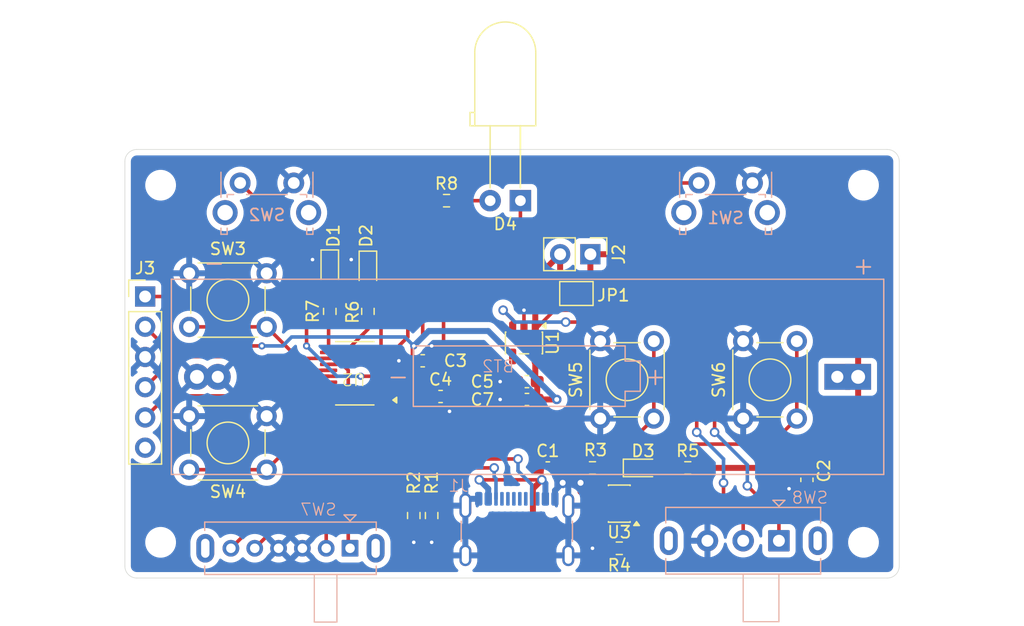
<source format=kicad_pcb>
(kicad_pcb (version 20241229) (generator "pcbnew") (generator_version "9.0")
  (layers (0 "F.Cu" signal) (2 "B.Cu" signal) (13 "F.Paste" user) (15 "B.Paste" user) (5 "F.SilkS" user "F.Silkscreen") (7 "B.SilkS" user "B.Silkscreen") (1 "F.Mask" user) (3 "B.Mask" user) (25 "Edge.Cuts" user))
  (net 0 "")
  (net 1 "GND")
  (net 2 "Net-(U2-PA22{slash}A4)")
  (net 3 "Net-(U2-PA24{slash}A3)")
  (net 4 "Net-(J2-Pin_2)")
  (net 5 "Net-(U1-EN)")
  (net 6 "+3V3")
  (net 8 "Net-(J3-Pin_4)")
  (net 9 "Net-(J3-Pin_1)")
  (net 10 "Net-(D4-K)")
  (net 11 "Net-(J3-Pin_5)")
  (net 12 "Net-(U2-VCORE)")
  (net 14 "Net-(U3-TS)")
  (net 15 "Net-(D3-K)")
  (net 16 "Net-(U3-VIN)")
  (net 17 "Net-(U3-ISET)")
  (net 18 "Net-(D1-A)")
  (net 19 "Net-(D2-A)")
  (net 20 "Net-(D3-A)")
  (net 22 "Net-(J1-CC1)")
  (net 23 "Net-(J1-CC2)")
  (net 24 "Net-(D4-A)")
  (net 25 "Net-(U2-PC25{slash}A2)")
  (net 32 "Net-(U2-PA23)")
  (net 33 "Net-(U2-PA18{slash}A7)")
  (net 34 "Net-(U2-PA17)")
  (net 35 "Net-(U2-PA16{slash}A8)")
  (net 36 "Net-(U2-PA11)")
  (net 37 "Net-(U2-PA6)")
  (net 38 "Net-(U2-PA4)")
  (net 39 "Net-(U2-PA26{slash}A1)")
  (net 40 "Net-(U2-PA27{slash}A0)")
  (net 41 "Net-(BT2-+)")
  (footprint "LED_SMD:LED_0603_1608Metric_Pad1.05x0.95mm_HandSolder" (layer "F.Cu") (at 93.5 82.6 -90)
    (property "Reference" "D2" (at -2.95 0.15 90) (layer "F.SilkS"))
    (property "Value" "Red")
    (pad "1" smd roundrect (at -0.875 0 270) (size 1.05 0.95) (layers "F.Cu" "F.Mask" "F.Paste") (net 1 "GND"))
    (pad "2" smd roundrect (at 0.875 0 270) (size 1.05 0.95) (layers "F.Cu" "F.Mask" "F.Paste") (net 19 "Net-(D2-A)"))
  )
  (footprint "Button_Samesky:TI_DGS20" (layer "F.Cu") (at 92.4 91.2 180)
    (property "Reference" "U2" (at 0.1 -0.5 180) (layer "F.SilkS") (effects (font (thickness 0.1))))
    (property "Value" "MSPM01304xDGS20")
    (pad "1" smd roundrect (at -2.2 -2.25 180) (size 1.45 0.3) (layers "F.Cu" "F.Mask" "F.Paste") (net 39 "Net-(U2-PA26{slash}A1)"))
    (pad "2" smd roundrect (at -2.2 -1.75 180) (size 1.45 0.3) (layers "F.Cu" "F.Mask" "F.Paste") (net 40 "Net-(U2-PA27{slash}A0)"))
    (pad "3" smd roundrect (at -2.2 -1.25 180) (size 1.45 0.3) (layers "F.Cu" "F.Mask" "F.Paste") (net 12 "Net-(U2-VCORE)"))
    (pad "4" smd roundrect (at -2.2 -0.75 180) (size 1.45 0.3) (layers "F.Cu" "F.Mask" "F.Paste") (net 10 "Net-(D4-K)"))
    (pad "5" smd roundrect (at -2.2 -0.25 180) (size 1.45 0.3) (layers "F.Cu" "F.Mask" "F.Paste") (net 9 "Net-(J3-Pin_1)"))
    (pad "6" smd roundrect (at -2.2 0.25 180) (size 1.45 0.3) (layers "F.Cu" "F.Mask" "F.Paste") (net 6 "+3V3"))
    (pad "7" smd roundrect (at -2.2 0.75 180) (size 1.45 0.3) (layers "F.Cu" "F.Mask" "F.Paste") (net 1 "GND"))
    (pad "8" smd roundrect (at -2.2 1.25 180) (size 1.45 0.3) (layers "F.Cu" "F.Mask" "F.Paste"))
    (pad "9" smd roundrect (at -2.2 1.75 180) (size 1.45 0.3) (layers "F.Cu" "F.Mask" "F.Paste") (net 38 "Net-(U2-PA4)"))
    (pad "10" smd roundrect (at -2.2 2.25 180) (size 1.45 0.3) (layers "F.Cu" "F.Mask" "F.Paste") (net 37 "Net-(U2-PA6)"))
    (pad "11" smd roundrect (at 2.2 2.25 180) (size 1.45 0.3) (layers "F.Cu" "F.Mask" "F.Paste") (net 36 "Net-(U2-PA11)"))
    (pad "12" smd roundrect (at 2.2 1.75 180) (size 1.45 0.3) (layers "F.Cu" "F.Mask" "F.Paste") (net 35 "Net-(U2-PA16{slash}A8)"))
    (pad "13" smd roundrect (at 2.2 1.25 180) (size 1.45 0.3) (layers "F.Cu" "F.Mask" "F.Paste") (net 34 "Net-(U2-PA17)"))
    (pad "14" smd roundrect (at 2.2 0.75 180) (size 1.45 0.3) (layers "F.Cu" "F.Mask" "F.Paste") (net 33 "Net-(U2-PA18{slash}A7)"))
    (pad "15" smd roundrect (at 2.2 0.25 180) (size 1.45 0.3) (layers "F.Cu" "F.Mask" "F.Paste") (net 8 "Net-(J3-Pin_4)"))
    (pad "16" smd roundrect (at 2.2 -0.25 180) (size 1.45 0.3) (layers "F.Cu" "F.Mask" "F.Paste") (net 11 "Net-(J3-Pin_5)"))
    (pad "17" smd roundrect (at 2.2 -0.75 180) (size 1.45 0.3) (layers "F.Cu" "F.Mask" "F.Paste") (net 2 "Net-(U2-PA22{slash}A4)"))
    (pad "18" smd roundrect (at 2.2 -1.25 180) (size 1.45 0.3) (layers "F.Cu" "F.Mask" "F.Paste") (net 32 "Net-(U2-PA23)"))
    (pad "19" smd roundrect (at 2.2 -1.75 180) (size 1.45 0.3) (layers "F.Cu" "F.Mask" "F.Paste") (net 3 "Net-(U2-PA24{slash}A3)"))
    (pad "20" smd roundrect (at 2.2 -2.25 180) (size 1.45 0.3) (layers "F.Cu" "F.Mask" "F.Paste") (net 25 "Net-(U2-PC25{slash}A2)"))
  )
  (footprint "Capacitor_SMD:C_0603_1608Metric_Pad1.08x0.95mm_HandSolder" (layer "F.Cu") (at 108.6 99.15)
    (property "Reference" "C1" (at 0 -1.43 0) (layer "F.SilkS"))
    (property "Value" "1uF")
    (pad "1" smd roundrect (at -0.8625 0) (size 1.075 0.95) (layers "F.Cu" "F.Mask" "F.Paste") (net 16 "Net-(U3-VIN)"))
    (pad "2" smd roundrect (at 0.8625 0) (size 1.075 0.95) (layers "F.Cu" "F.Mask" "F.Paste") (net 1 "GND"))
  )
  (footprint "Resistor_SMD:R_0603_1608Metric_Pad0.98x0.95mm_HandSolder" (layer "F.Cu") (at 120.35 99.15)
    (property "Reference" "R5" (at 0 -1.43 0) (layer "F.SilkS"))
    (property "Value" "1K")
    (pad "1" smd roundrect (at -0.9125 0) (size 0.975 0.95) (layers "F.Cu" "F.Mask" "F.Paste") (net 20 "Net-(D3-A)"))
    (pad "2" smd roundrect (at 0.9125 0) (size 0.975 0.95) (layers "F.Cu" "F.Mask" "F.Paste") (net 41 "Net-(BT2-+)"))
  )
  (footprint "Resistor_SMD:R_0603_1608Metric_Pad0.98x0.95mm_HandSolder" (layer "F.Cu") (at 90.3 86 90)
    (property "Reference" "R7" (at 0 -1.43 90) (layer "F.SilkS"))
    (property "Value" "1K")
    (pad "1" smd roundrect (at -0.9125 0 90) (size 0.975 0.95) (layers "F.Cu" "F.Mask" "F.Paste") (net 36 "Net-(U2-PA11)"))
    (pad "2" smd roundrect (at 0.9125 0 90) (size 0.975 0.95) (layers "F.Cu" "F.Mask" "F.Paste") (net 18 "Net-(D1-A)"))
  )
  (footprint "Resistor_SMD:R_0603_1608Metric_Pad0.98x0.95mm_HandSolder" (layer "F.Cu") (at 112.35 99.15 180)
    (property "Reference" "R3" (at -0.25 1.5 0) (layer "F.SilkS"))
    (property "Value" "1K")
    (pad "1" smd roundrect (at -0.9125 0 180) (size 0.975 0.95) (layers "F.Cu" "F.Mask" "F.Paste") (net 17 "Net-(U3-ISET)"))
    (pad "2" smd roundrect (at 0.9125 0 180) (size 0.975 0.95) (layers "F.Cu" "F.Mask" "F.Paste") (net 1 "GND"))
  )
  (footprint "Connector_PinHeader_2.54mm:PinHeader_1x06_P2.54mm_Vertical" (layer "F.Cu") (at 74.8 84.75)
    (property "Reference" "J3" (at 0 -2.38 0) (layer "F.SilkS"))
    (property "Value" "Conn_01x06")
    (pad "1" thru_hole rect (at 0 0) (size 1.7 1.7) (drill 1) (layers "*.Cu" "*.Mask") (net 9 "Net-(J3-Pin_1)"))
    (pad "2" thru_hole circle (at 0 2.54) (size 1.7 1.7) (drill 1) (layers "*.Cu" "*.Mask") (net 6 "+3V3"))
    (pad "3" thru_hole circle (at 0 5.08) (size 1.7 1.7) (drill 1) (layers "*.Cu" "*.Mask") (net 1 "GND"))
    (pad "4" thru_hole circle (at 0 7.62) (size 1.7 1.7) (drill 1) (layers "*.Cu" "*.Mask") (net 8 "Net-(J3-Pin_4)"))
    (pad "5" thru_hole circle (at 0 10.16) (size 1.7 1.7) (drill 1) (layers "*.Cu" "*.Mask") (net 11 "Net-(J3-Pin_5)"))
    (pad "6" thru_hole circle (at 0 12.7) (size 1.7 1.7) (drill 1) (layers "*.Cu" "*.Mask"))
  )
  (footprint "Button_Switch_THT:SW_TH_Tactile_Omron_B3F-106x" (layer "F.Cu") (at 113 95 90)
    (property "Reference" "SW5" (at 3.25 -2.05 90) (layer "F.SilkS"))
    (property "Value" "SW_Push")
    (pad "1" thru_hole circle (at 0 0 90) (size 1.7 1.7) (drill 1) (layers "*.Cu" "*.Mask") (net 1 "GND"))
    (pad "1" thru_hole circle (at 6.5 0 90) (size 1.7 1.7) (drill 1) (layers "*.Cu" "*.Mask") (net 1 "GND"))
    (pad "2" thru_hole circle (at 0 4.5 90) (size 1.7 1.7) (drill 1) (layers "*.Cu" "*.Mask") (net 40 "Net-(U2-PA27{slash}A0)"))
    (pad "2" thru_hole circle (at 6.5 4.5 90) (size 1.7 1.7) (drill 1) (layers "*.Cu" "*.Mask") (net 40 "Net-(U2-PA27{slash}A0)"))
  )
  (footprint "Resistor_SMD:R_0603_1608Metric_Pad0.98x0.95mm_HandSolder" (layer "F.Cu") (at 98.85 103.15 -90)
    (property "Reference" "R1" (at -2.75 0 90) (layer "F.SilkS"))
    (property "Value" "5.1K")
    (pad "1" smd roundrect (at -0.9125 0 270) (size 0.975 0.95) (layers "F.Cu" "F.Mask" "F.Paste") (net 23 "Net-(J1-CC2)"))
    (pad "2" smd roundrect (at 0.9125 0 270) (size 0.975 0.95) (layers "F.Cu" "F.Mask" "F.Paste") (net 1 "GND"))
  )
  (footprint "Jumper:SolderJumper-2_P1.3mm_Open_TrianglePad1.0x1.5mm" (layer "F.Cu") (at 111 84.5 180)
    (property "Reference" "JP1" (at -3.1 -0.15 0) (layer "F.SilkS"))
    (property "Value" "SolderJumper_2_Open")
    (pad "1" smd custom (at -0.725 0 180) (size 0.3 0.3) (layers "F.Cu" "F.Mask") (net 41 "Net-(BT2-+)") (options (clearance outline) (anchor rect)) (primitives (gr_poly (pts (xy 1 0) (xy 0.5 0.75) (xy -0.5 0.75) (xy -0.5 -0.75) (xy 0.5 -0.75)) (width 0) (fill yes))))
    (pad "2" smd custom (at 0.725 0 180) (size 0.3 0.3) (layers "F.Cu" "F.Mask") (net 4 "Net-(J2-Pin_2)") (options (clearance outline) (anchor rect)) (primitives (gr_poly (pts (xy 0.5 0.75) (xy -0.65 0.75) (xy -0.15 0) (xy -0.65 -0.75) (xy 0.5 -0.75)) (width 0) (fill yes))))
  )
  (footprint "Capacitor_SMD:C_0603_1608Metric_Pad1.08x0.95mm_HandSolder" (layer "F.Cu") (at 130.35 100.15 -90)
    (property "Reference" "C2" (at -0.75 -1.43 90) (layer "F.SilkS"))
    (property "Value" "1uF")
    (pad "1" smd roundrect (at -0.8625 0 270) (size 1.075 0.95) (layers "F.Cu" "F.Mask" "F.Paste") (net 41 "Net-(BT2-+)"))
    (pad "2" smd roundrect (at 0.8625 0 270) (size 1.075 0.95) (layers "F.Cu" "F.Mask" "F.Paste") (net 1 "GND"))
  )
  (footprint "MountingHole:MountingHole_2.2mm_M2_ISO14580" (layer "F.Cu") (at 135.1 75.4)
    (property "Reference" "REF**" (hide yes))
    (property "Value" "MountingHole_2.2mm_M2_ISO14580")
    (pad "" np_thru_hole circle (at 0 0) (size 2.2 2.2) (drill 2.2) (layers "*.Cu" "*.Mask"))
  )
  (footprint "Capacitor_SMD:C_0603_1608Metric_Pad1.08x0.95mm_HandSolder" (layer "F.Cu") (at 98.1 90.15)
    (property "Reference" "C3" (at 2.75 0 0) (layer "F.SilkS"))
    (property "Value" "1uF")
    (pad "1" smd roundrect (at -0.8625 0) (size 1.075 0.95) (layers "F.Cu" "F.Mask" "F.Paste") (net 6 "+3V3"))
    (pad "2" smd roundrect (at 0.8625 0) (size 1.075 0.95) (layers "F.Cu" "F.Mask" "F.Paste") (net 1 "GND"))
  )
  (footprint "LED_SMD:LED_0603_1608Metric_Pad1.05x0.95mm_HandSolder" (layer "F.Cu") (at 90.3 82.5 -90)
    (property "Reference" "D1" (at -2.85 -0.3 90) (layer "F.SilkS"))
    (property "Value" "Green")
    (pad "1" smd roundrect (at -0.875 0 270) (size 1.05 0.95) (layers "F.Cu" "F.Mask" "F.Paste") (net 1 "GND"))
    (pad "2" smd roundrect (at 0.875 0 270) (size 1.05 0.95) (layers "F.Cu" "F.Mask" "F.Paste") (net 18 "Net-(D1-A)"))
  )
  (footprint "Capacitor_SMD:C_0603_1608Metric_Pad1.08x0.95mm_HandSolder" (layer "F.Cu") (at 106.85 91.9 180)
    (property "Reference" "C5" (at 3.75 0 0) (layer "F.SilkS"))
    (property "Value" "10uF")
    (pad "1" smd roundrect (at -0.8625 0 180) (size 1.075 0.95) (layers "F.Cu" "F.Mask" "F.Paste") (net 6 "+3V3"))
    (pad "2" smd roundrect (at 0.8625 0 180) (size 1.075 0.95) (layers "F.Cu" "F.Mask" "F.Paste") (net 1 "GND"))
  )
  (footprint "MountingHole:MountingHole_2.2mm_M2_ISO14580" (layer "F.Cu") (at 135.1 105.4)
    (property "Reference" "REF**" (hide yes))
    (property "Value" "MountingHole_2.2mm_M2_ISO14580")
    (pad "" np_thru_hole circle (at 0 0) (size 2.2 2.2) (drill 2.2) (layers "*.Cu" "*.Mask"))
  )
  (footprint "MountingHole:MountingHole_2.2mm_M2_ISO14580" (layer "F.Cu") (at 76.1 75.4)
    (property "Reference" "REF**" (hide yes))
    (property "Value" "MountingHole_2.2mm_M2_ISO14580")
    (pad "" np_thru_hole circle (at 0 0) (size 2.2 2.2) (drill 2.2) (layers "*.Cu" "*.Mask"))
  )
  (footprint "MountingHole:MountingHole_2.2mm_M2_ISO14580" (layer "F.Cu") (at 76.1 105.4)
    (property "Reference" "REF**" (hide yes))
    (property "Value" "MountingHole_2.2mm_M2_ISO14580")
    (pad "" np_thru_hole circle (at 0 0) (size 2.2 2.2) (drill 2.2) (layers "*.Cu" "*.Mask"))
  )
  (footprint "Button_Switch_THT:SW_TH_Tactile_Omron_B3F-106x" (layer "F.Cu") (at 78.5 94.8)
    (property "Reference" "SW4" (at 3.25 6.35 0) (layer "F.SilkS"))
    (property "Value" "SW_Push")
    (pad "1" thru_hole circle (at 0 0) (size 1.7 1.7) (drill 1) (layers "*.Cu" "*.Mask") (net 1 "GND"))
    (pad "1" thru_hole circle (at 6.5 0) (size 1.7 1.7) (drill 1) (layers "*.Cu" "*.Mask") (net 1 "GND"))
    (pad "2" thru_hole circle (at 0 4.5) (size 1.7 1.7) (drill 1) (layers "*.Cu" "*.Mask") (net 2 "Net-(U2-PA22{slash}A4)"))
    (pad "2" thru_hole circle (at 6.5 4.5) (size 1.7 1.7) (drill 1) (layers "*.Cu" "*.Mask") (net 2 "Net-(U2-PA22{slash}A4)"))
  )
  (footprint "Resistor_SMD:R_0603_1608Metric_Pad0.98x0.95mm_HandSolder" (layer "F.Cu") (at 97.35 103.15 -90)
    (property "Reference" "R2" (at -2.75 0 90) (layer "F.SilkS"))
    (property "Value" "5.1K")
    (pad "1" smd roundrect (at -0.9125 0 270) (size 0.975 0.95) (layers "F.Cu" "F.Mask" "F.Paste") (net 22 "Net-(J1-CC1)"))
    (pad "2" smd roundrect (at 0.9125 0 270) (size 0.975 0.95) (layers "F.Cu" "F.Mask" "F.Paste") (net 1 "GND"))
  )
  (footprint "Package_TO_SOT_SMD:SOT-23-5" (layer "F.Cu") (at 106.6 88.65 -90)
    (property "Reference" "U1" (at 0 -2.4 90) (layer "F.SilkS"))
    (property "Value" "TLV70033_SOT23-5")
    (pad "1" smd roundrect (at -1.1375 -0.95 270) (size 1.325 0.6) (layers "F.Cu" "F.Mask" "F.Paste") (net 4 "Net-(J2-Pin_2)"))
    (pad "2" smd roundrect (at -1.1375 0 270) (size 1.325 0.6) (layers "F.Cu" "F.Mask" "F.Paste") (net 1 "GND"))
    (pad "3" smd roundrect (at -1.1375 0.95 270) (size 1.325 0.6) (layers "F.Cu" "F.Mask" "F.Paste") (net 5 "Net-(U1-EN)"))
    (pad "4" smd roundrect (at 1.1375 0.95 270) (size 1.325 0.6) (layers "F.Cu" "F.Mask" "F.Paste"))
    (pad "5" smd roundrect (at 1.1375 -0.95 270) (size 1.325 0.6) (layers "F.Cu" "F.Mask" "F.Paste") (net 6 "+3V3"))
  )
  (footprint "LED_THT:LED_D5.0mm_Horizontal_O6.35mm_Z3.0mm" (layer "F.Cu") (at 106.3 76.7 180)
    (property "Reference" "D4" (at 1.27 -1.96 0) (layer "F.SilkS"))
    (property "Value" "LED")
    (pad "1" thru_hole rect (at 0 0 180) (size 1.8 1.8) (drill 0.9) (layers "*.Cu" "*.Mask") (net 10 "Net-(D4-K)"))
    (pad "2" thru_hole circle (at 2.54 0 180) (size 1.8 1.8) (drill 0.9) (layers "*.Cu" "*.Mask") (net 24 "Net-(D4-A)"))
  )
  (footprint "Button_Switch_THT:SW_TH_Tactile_Omron_B3F-106x" (layer "F.Cu") (at 125 95 90)
    (property "Reference" "SW6" (at 3.25 -2.05 90) (layer "F.SilkS"))
    (property "Value" "SW_Push")
    (pad "1" thru_hole circle (at 0 0 90) (size 1.7 1.7) (drill 1) (layers "*.Cu" "*.Mask") (net 1 "GND"))
    (pad "1" thru_hole circle (at 6.5 0 90) (size 1.7 1.7) (drill 1) (layers "*.Cu" "*.Mask") (net 1 "GND"))
    (pad "2" thru_hole circle (at 0 4.5 90) (size 1.7 1.7) (drill 1) (layers "*.Cu" "*.Mask") (net 39 "Net-(U2-PA26{slash}A1)"))
    (pad "2" thru_hole circle (at 6.5 4.5 90) (size 1.7 1.7) (drill 1) (layers "*.Cu" "*.Mask") (net 39 "Net-(U2-PA26{slash}A1)"))
  )
  (footprint "Resistor_SMD:R_0603_1608Metric_Pad0.98x0.95mm_HandSolder" (layer "F.Cu") (at 114.6 105.9 180)
    (property "Reference" "R4" (at 0 -1.43 0) (layer "F.SilkS"))
    (property "Value" "10K")
    (pad "1" smd roundrect (at -0.9125 0 180) (size 0.975 0.95) (layers "F.Cu" "F.Mask" "F.Paste") (net 14 "Net-(U3-TS)"))
    (pad "2" smd roundrect (at 0.9125 0 180) (size 0.975 0.95) (layers "F.Cu" "F.Mask" "F.Paste") (net 1 "GND"))
  )
  (footprint "Capacitor_SMD:C_0603_1608Metric_Pad1.08x0.95mm_HandSolder" (layer "F.Cu") (at 106.85 93.4 180)
    (property "Reference" "C7" (at 3.75 0 0) (layer "F.SilkS"))
    (property "Value" "1uF")
    (pad "1" smd roundrect (at -0.8625 0 180) (size 1.075 0.95) (layers "F.Cu" "F.Mask" "F.Paste") (net 6 "+3V3"))
    (pad "2" smd roundrect (at 0.8625 0 180) (size 1.075 0.95) (layers "F.Cu" "F.Mask" "F.Paste") (net 1 "GND"))
  )
  (footprint "Package_TO_SOT_SMD:SOT-23-6" (layer "F.Cu") (at 114.6 102.15 180)
    (property "Reference" "U3" (at 0 -2.4 0) (layer "F.SilkS"))
    (property "Value" "BQ21040DBV")
    (pad "1" smd roundrect (at -1.1375 -0.95 180) (size 1.325 0.6) (layers "F.Cu" "F.Mask" "F.Paste") (net 14 "Net-(U3-TS)"))
    (pad "2" smd roundrect (at -1.1375 0 180) (size 1.325 0.6) (layers "F.Cu" "F.Mask" "F.Paste") (net 41 "Net-(BT2-+)"))
    (pad "3" smd roundrect (at -1.1375 0.95 180) (size 1.325 0.6) (layers "F.Cu" "F.Mask" "F.Paste") (net 15 "Net-(D3-K)"))
    (pad "4" smd roundrect (at 1.1375 0.95 180) (size 1.325 0.6) (layers "F.Cu" "F.Mask" "F.Paste") (net 17 "Net-(U3-ISET)"))
    (pad "5" smd roundrect (at 1.1375 0 180) (size 1.325 0.6) (layers "F.Cu" "F.Mask" "F.Paste") (net 1 "GND"))
    (pad "6" smd roundrect (at 1.1375 -0.95 180) (size 1.325 0.6) (layers "F.Cu" "F.Mask" "F.Paste") (net 16 "Net-(U3-VIN)"))
  )
  (footprint "Button_Switch_THT:SW_TH_Tactile_Omron_B3F-106x" (layer "F.Cu") (at 78.5 82.8)
    (property "Reference" "SW3" (at 3.25 -2.05 0) (layer "F.SilkS"))
    (property "Value" "SW_Push")
    (pad "1" thru_hole circle (at 0 0) (size 1.7 1.7) (drill 1) (layers "*.Cu" "*.Mask") (net 1 "GND"))
    (pad "1" thru_hole circle (at 6.5 0) (size 1.7 1.7) (drill 1) (layers "*.Cu" "*.Mask") (net 1 "GND"))
    (pad "2" thru_hole circle (at 0 4.5) (size 1.7 1.7) (drill 1) (layers "*.Cu" "*.Mask") (net 34 "Net-(U2-PA17)"))
    (pad "2" thru_hole circle (at 6.5 4.5) (size 1.7 1.7) (drill 1) (layers "*.Cu" "*.Mask") (net 34 "Net-(U2-PA17)"))
  )
  (footprint "Capacitor_SMD:C_0603_1608Metric_Pad1.08x0.95mm_HandSolder" (layer "F.Cu") (at 99.6 93.15)
    (property "Reference" "C4" (at 0 -1.43 0) (layer "F.SilkS"))
    (property "Value" "1uF")
    (pad "1" smd roundrect (at -0.8625 0) (size 1.075 0.95) (layers "F.Cu" "F.Mask" "F.Paste") (net 12 "Net-(U2-VCORE)"))
    (pad "2" smd roundrect (at 0.8625 0) (size 1.075 0.95) (layers "F.Cu" "F.Mask" "F.Paste") (net 1 "GND"))
  )
  (footprint "Connector_PinHeader_2.54mm:PinHeader_1x02_P2.54mm_Vertical" (layer "F.Cu") (at 112.175 81.2 -90)
    (property "Reference" "J2" (at 0 -2.38 90) (layer "F.SilkS"))
    (property "Value" "Conn_01x02")
    (pad "1" thru_hole rect (at 0 0 270) (size 1.7 1.7) (drill 1) (layers "*.Cu" "*.Mask") (net 41 "Net-(BT2-+)"))
    (pad "2" thru_hole circle (at 0 2.54 270) (size 1.7 1.7) (drill 1) (layers "*.Cu" "*.Mask") (net 4 "Net-(J2-Pin_2)"))
  )
  (footprint "Resistor_SMD:R_0603_1608Metric_Pad0.98x0.95mm_HandSolder" (layer "F.Cu") (at 100.1 76.7)
    (property "Reference" "R8" (at 0 -1.43 0) (layer "F.SilkS"))
    (property "Value" "1K")
    (pad "1" smd roundrect (at -0.9125 0) (size 0.975 0.95) (layers "F.Cu" "F.Mask" "F.Paste") (net 6 "+3V3"))
    (pad "2" smd roundrect (at 0.9125 0) (size 0.975 0.95) (layers "F.Cu" "F.Mask" "F.Paste") (net 24 "Net-(D4-A)"))
  )
  (footprint "Resistor_SMD:R_0603_1608Metric_Pad0.98x0.95mm_HandSolder" (layer "F.Cu") (at 93.5 86 90)
    (property "Reference" "R6" (at -0.0625 -1.29 90) (layer "F.SilkS"))
    (property "Value" "1K")
    (pad "1" smd roundrect (at -0.9125 0 90) (size 0.975 0.95) (layers "F.Cu" "F.Mask" "F.Paste") (net 35 "Net-(U2-PA16{slash}A8)"))
    (pad "2" smd roundrect (at 0.9125 0 90) (size 0.975 0.95) (layers "F.Cu" "F.Mask" "F.Paste") (net 19 "Net-(D2-A)"))
  )
  (footprint "LED_SMD:LED_0603_1608Metric_Pad1.05x0.95mm_HandSolder" (layer "F.Cu") (at 116.6 99.15)
    (property "Reference" "D3" (at 0 -1.43 0) (layer "F.SilkS"))
    (property "Value" "Red")
    (pad "1" smd roundrect (at -0.875 0) (size 1.05 0.95) (layers "F.Cu" "F.Mask" "F.Paste") (net 15 "Net-(D3-K)"))
    (pad "2" smd roundrect (at 0.875 0) (size 1.05 0.95) (layers "F.Cu" "F.Mask" "F.Paste") (net 20 "Net-(D3-A)"))
  )
  (footprint "Button_Switch_THT:SW_Tactile_SPST_Angled_PTS645Vx58-2LFS" (layer "B.Cu") (at 125.775 75.2125 180)
    (property "Reference" "SW1" (at 2.25 -2.9375 0) (layer "B.SilkS") (effects (justify mirror)))
    (property "Value" "SW_Push")
    (pad "" thru_hole circle (at -1.25 -2.49 180) (size 2.1 2.1) (drill 1.3) (layers "*.Cu" "*.Mask"))
    (pad "" thru_hole circle (at 5.76 -2.49 180) (size 2.1 2.1) (drill 1.3) (layers "*.Cu" "*.Mask"))
    (pad "1" thru_hole circle (at 0 0 180) (size 1.75 1.75) (drill 0.99) (layers "*.Cu" "*.Mask") (net 1 "GND"))
    (pad "2" thru_hole circle (at 4.5 0 180) (size 1.75 1.75) (drill 0.99) (layers "*.Cu" "*.Mask") (net 38 "Net-(U2-PA4)"))
  )
  (footprint "Button_Samesky:USBC_16P" (layer "B.Cu") (at 106 104.5 180)
    (property "Reference" "J1" (at 4.9 3.85 0) (layer "B.SilkS") (effects (font (thickness 0.1)) (justify mirror)))
    (property "Value" "USB_C_Receptacle_USB2.0_16P")
    (pad "" np_thru_hole circle (at -2.89 1.68 180) (size 0.65 0.65) (drill 0.65) (layers "*.Cu" "*.Mask"))
    (pad "" np_thru_hole circle (at 2.89 1.68 180) (size 0.65 0.65) (drill 0.65) (layers "*.Cu" "*.Mask"))
    (pad "A1" smd roundrect (at -3.2 2.755 180) (size 0.6 1.15) (layers "B.Cu" "B.Mask" "B.Paste") (net 1 "GND"))
    (pad "A4" smd roundrect (at -2.4 2.755 180) (size 0.6 1.15) (layers "B.Cu" "B.Mask" "B.Paste") (net 16 "Net-(U3-VIN)"))
    (pad "A5" smd roundrect (at -1.25 2.755 180) (size 0.3 1.15) (layers "B.Cu" "B.Mask" "B.Paste") (net 22 "Net-(J1-CC1)"))
    (pad "A6" smd roundrect (at -0.25 2.755 180) (size 0.3 1.15) (layers "B.Cu" "B.Mask" "B.Paste"))
    (pad "A7" smd roundrect (at 0.25 2.755 180) (size 0.3 1.15) (layers "B.Cu" "B.Mask" "B.Paste"))
    (pad "A8" smd roundrect (at 1.25 2.755 180) (size 0.3 1.15) (layers "B.Cu" "B.Mask" "B.Paste"))
    (pad "A9" smd roundrect (at 2.4 2.755 180) (size 0.6 1.15) (layers "B.Cu" "B.Mask" "B.Paste") (net 16 "Net-(U3-VIN)"))
    (pad "A12" smd roundrect (at 3.2 2.755 180) (size 0.6 1.15) (layers "B.Cu" "B.Mask" "B.Paste") (net 1 "GND"))
    (pad "B1" smd roundrect (at 3.2 2.755 180) (size 0.6 1.15) (layers "B.Cu" "B.Mask" "B.Paste") (net 1 "GND"))
    (pad "B4" smd roundrect (at 2.4 2.755 180) (size 0.6 1.15) (layers "B.Cu" "B.Mask" "B.Paste") (net 16 "Net-(U3-VIN)"))
    (pad "B5" smd roundrect (at 1.75 2.755 180) (size 0.3 1.15) (layers "B.Cu" "B.Mask" "B.Paste") (net 23 "Net-(J1-CC2)"))
    (pad "B6" smd roundrect (at 0.75 2.755 180) (size 0.3 1.15) (layers "B.Cu" "B.Mask" "B.Paste"))
    (pad "B7" smd roundrect (at -0.75 2.755 180) (size 0.3 1.15) (layers "B.Cu" "B.Mask" "B.Paste"))
    (pad "B8" smd roundrect (at -1.75 2.755 180) (size 0.3 1.15) (layers "B.Cu" "B.Mask" "B.Paste"))
    (pad "B9" smd roundrect (at -2.4 2.755 180) (size 0.6 1.15) (layers "B.Cu" "B.Mask" "B.Paste") (net 16 "Net-(U3-VIN)"))
    (pad "B12" smd roundrect (at -3.2 2.755 180) (size 0.6 1.15) (layers "B.Cu" "B.Mask" "B.Paste") (net 1 "GND"))
    (pad "S1" thru_hole oval (at -4.32 -2 180) (size 1 1.8) (drill oval 0.6 1.4) (property pad_prop_heatsink) (layers "*.Cu" "*.Mask" "B.Paste") (net 1 "GND"))
    (pad "S1" thru_hole oval (at -4.32 2.18 180) (size 1 2.1) (drill oval 0.6 1.7) (property pad_prop_heatsink) (layers "*.Cu" "*.Mask" "B.Paste") (net 1 "GND"))
    (pad "S1" thru_hole oval (at 4.32 -2 180) (size 1 1.8) (drill oval 0.6 1.4) (property pad_prop_heatsink) (layers "*.Cu" "*.Mask" "B.Paste") (net 1 "GND"))
    (pad "S1" thru_hole oval (at 4.32 2.18 180) (size 1 2.1) (drill oval 0.6 1.7) (property pad_prop_heatsink) (layers "*.Cu" "*.Mask" "B.Paste") (net 1 "GND"))
  )
  (footprint "Button_Samesky:SW_SPDT_Slide_Samesky_SLW-147844" (layer "B.Cu") (at 92 105.9 180)
    (property "Reference" "SW7" (at 2.65 3.25 0) (layer "B.SilkS") (effects (font (thickness 0.1)) (justify mirror)))
    (property "Value" "SW_SP4T_6PIN")
    (pad "1" thru_hole roundrect (at 0 0 180) (size 1.4 1.4) (drill 0.8) (layers "*.Cu" "*.Mask") (roundrect_rratio 0.05) (net 33 "Net-(U2-PA18{slash}A7)"))
    (pad "2" thru_hole circle (at 2 0 180) (size 1.4 1.4) (drill 0.8) (layers "*.Cu" "*.Mask") (net 25 "Net-(U2-PC25{slash}A2)"))
    (pad "3" thru_hole circle (at 4 0 180) (size 1.4 1.4) (drill 0.8) (layers "*.Cu" "*.Mask") (net 1 "GND"))
    (pad "4" thru_hole circle (at 6 0 180) (size 1.4 1.4) (drill 0.8) (layers "*.Cu" "*.Mask") (net 1 "GND"))
    (pad "5" thru_hole circle (at 8 0 180) (size 1.4 1.4) (drill 0.8) (layers "*.Cu" "*.Mask") (net 3 "Net-(U2-PA24{slash}A3)"))
    (pad "6" thru_hole circle (at 10 0 180) (size 1.4 1.4) (drill 0.8) (layers "*.Cu" "*.Mask") (net 32 "Net-(U2-PA23)"))
    (pad "S1" thru_hole oval (at -2.15 0 180) (size 1.5 2.4) (drill oval 0.7 1.6) (layers "*.Cu" "*.Mask"))
    (pad "S2" thru_hole oval (at 12.15 0 180) (size 1.5 2.4) (drill oval 0.7 1.6) (layers "*.Cu" "*.Mask"))
  )
  (footprint "Button_Switch_THT:SW_Tactile_SPST_Angled_PTS645Vx58-2LFS" (layer "B.Cu") (at 87.275 75.2125 180)
    (property "Reference" "SW2" (at 2.25 -2.6875 0) (layer "B.SilkS") (effects (justify mirror)))
    (property "Value" "SW_Push")
    (pad "" thru_hole circle (at -1.25 -2.49 180) (size 2.1 2.1) (drill 1.3) (layers "*.Cu" "*.Mask"))
    (pad "" thru_hole circle (at 5.76 -2.49 180) (size 2.1 2.1) (drill 1.3) (layers "*.Cu" "*.Mask"))
    (pad "1" thru_hole circle (at 0 0 180) (size 1.75 1.75) (drill 0.99) (layers "*.Cu" "*.Mask") (net 1 "GND"))
    (pad "2" thru_hole circle (at 4.5 0 180) (size 1.75 1.75) (drill 0.99) (layers "*.Cu" "*.Mask") (net 37 "Net-(U2-PA6)"))
  )
  (footprint "Button_Samesky:SW_SPDT_Slide_Samesky_SLW-129956" (layer "B.Cu") (at 128 105.2675 180)
    (property "Reference" "SW8" (at -2.6 3.6175 0) (layer "B.SilkS") (effects (font (thickness 0.1)) (justify mirror)))
    (property "Value" "SW_SPDT_3PIN")
    (pad "1" thru_hole roundrect (at 0 0 180) (size 1.8 1.8) (drill 1) (layers "*.Cu" "*.Mask") (roundrect_rratio 0.05) (net 4 "Net-(J2-Pin_2)"))
    (pad "2" thru_hole circle (at 3 0 180) (size 1.8 1.8) (drill 1) (layers "*.Cu" "*.Mask") (net 5 "Net-(U1-EN)"))
    (pad "3" thru_hole oval (at 6 0 180) (size 1.8 1.8) (drill 1) (layers "*.Cu" "*.Mask") (net 1 "GND"))
    (pad "S1" thru_hole oval (at -3.25 0 180) (size 1.5 2.4) (drill oval 0.7 1.6) (layers "*.Cu" "*.Mask"))
    (pad "S2" thru_hole oval (at 9.25 0 180) (size 1.5 2.4) (drill oval 0.7 1.6) (layers "*.Cu" "*.Mask"))
  )
  (footprint "Button_Samesky:Battery_Holder_MPD_BCAAPC" (layer "B.Cu") (at 106.9 91.5 180)
    (property "Reference" "BT2" (at 2.465 0.88 0) (layer "B.SilkS") (effects (font (thickness 0.1)) (justify mirror)))
    (property "Value" "Battery_Cell")
    (fp_text user "+" (at -28.2 9.35 0) (layer "B.SilkS") (effects (font (size 1.5 1.5)) (justify mirror)))
    (fp_text user "-" (at 26.3 9.6 0) (layer "B.SilkS") (effects (font (size 1.5 1.5)) (justify mirror)))
    (fp_text user "-" (at 10.86 0.06 0) (layer "B.SilkS") (effects (font (size 1.5 1.5)) (justify mirror)))
    (fp_text user "+" (at -10.73 0.06 0) (layer "B.SilkS") (effects (font (size 1.5 1.5)) (justify mirror)))
    (pad "1" thru_hole rect (at -27.75 0 180) (size 2.17 2.17) (drill 1.17) (layers "*.Cu" "*.Mask") (net 41 "Net-(BT2-+)"))
    (pad "1" thru_hole rect (at -26 0 180) (size 2.17 2.17) (drill 1.02) (layers "*.Cu" "*.Mask") (net 41 "Net-(BT2-+)"))
    (pad "2" thru_hole circle (at 26 0 180) (size 2.17 2.17) (drill 1.02) (layers "*.Cu" "*.Mask") (net 1 "GND"))
    (pad "2" thru_hole circle (at 27.75 0 180) (size 2.17 2.17) (drill 1.17) (layers "*.Cu" "*.Mask") (net 1 "GND"))
  )
  (gr_line (start 137.1 72.4) (end 74.1 72.4) (stroke (width 0.05)) (layer "Edge.Cuts"))
  (gr_line (start 138.1 107.4) (end 138.1 73.4) (stroke (width 0.05)) (layer "Edge.Cuts"))
  (gr_arc (start 138.1 107.4) (mid 137.807107 108.107107) (end 137.1 108.4) (stroke (width 0.05)) (layer "Edge.Cuts"))
  (gr_arc (start 137.1 72.4) (mid 137.807107 72.692893) (end 138.1 73.4) (stroke (width 0.05)) (layer "Edge.Cuts"))
  (gr_line (start 73.1 73.4) (end 73.1 107.4) (stroke (width 0.05)) (layer "Edge.Cuts"))
  (gr_line (start 74.1 108.4) (end 137.1 108.4) (stroke (width 0.05)) (layer "Edge.Cuts"))
  (gr_arc (start 74.1 108.4) (mid 73.392893 108.107107) (end 73.1 107.4) (stroke (width 0.05)) (layer "Edge.Cuts"))
  (gr_arc (start 73.1 73.4) (mid 73.392893 72.692893) (end 74.1 72.4) (stroke (width 0.05)) (layer "Edge.Cuts"))
  (segment (start 109.85 100.4) (end 109.85 99.5375) (width 0.5) (layer "F.Cu") (net 1))
  (segment (start 111.35 101.15) (end 111.35 100.4) (width 0.5) (layer "F.Cu") (net 1))
  (segment (start 112.35 102.15) (end 111.35 101.15) (width 0.5) (layer "F.Cu") (net 1))
  (segment (start 94.6 90.45) (end 95.8 90.45) (width 0.3) (layer "F.Cu") (net 1))
  (segment (start 97.35 104.0625) (end 97.35 105.4) (width 0.3) (layer "F.Cu") (net 1))
  (segment (start 105.9875 93.4) (end 104.6 93.4) (width 0.3) (layer "F.Cu") (net 1))
  (segment (start 111.4375 100.3125) (end 111.35 100.4) (width 0.5) (layer "F.Cu") (net 1))
  (segment (start 109.85 99.5375) (end 109.4625 99.15) (width 0.5) (layer "F.Cu") (net 1))
  (segment (start 88.875 81.625) (end 88.85 81.65) (width 0.3) (layer "F.Cu") (net 1))
  (segment (start 113.6875 105.9) (end 112.35 105.9) (width 0.3) (layer "F.Cu") (net 1))
  (segment (start 128.85 100.9) (end 130.2375 100.9) (width 0.5) (layer "F.Cu") (net 1))
  (segment (start 95.8 90.45) (end 96.1 90.15) (width 0.3) (layer "F.Cu") (net 1))
  (segment (start 90.3 81.625) (end 88.875 81.625) (width 0.3) (layer "F.Cu") (net 1))
  (segment (start 130.2375 100.9) (end 130.35 101.0125) (width 0.5) (layer "F.Cu") (net 1))
  (segment (start 106.6 87.5125) (end 106.6 85.9) (width 0.3) (layer "F.Cu") (net 1))
  (segment (start 98.9625 90.15) (end 98.9625 89.0125) (width 0.3) (layer "F.Cu") (net 1))
  (segment (start 92.175 81.725) (end 92.1 81.65) (width 0.3) (layer "F.Cu") (net 1))
  (segment (start 111.4375 99.15) (end 111.4375 100.3125) (width 0.5) (layer "F.Cu") (net 1))
  (segment (start 105.9875 91.9) (end 104.6 91.9) (width 0.3) (layer "F.Cu") (net 1))
  (segment (start 100.4625 93.15) (end 100.4625 94.2875) (width 0.3) (layer "F.Cu") (net 1))
  (segment (start 100.4625 94.2875) (end 100.35 94.4) (width 0.3) (layer "F.Cu") (net 1))
  (segment (start 113.4625 102.15) (end 112.35 102.15) (width 0.5) (layer "F.Cu") (net 1))
  (segment (start 98.85 104.0625) (end 98.85 105.4) (width 0.3) (layer "F.Cu") (net 1))
  (segment (start 98.9625 89.0125) (end 98.85 88.9) (width 0.3) (layer "F.Cu") (net 1))
  (segment (start 93.5 81.725) (end 92.175 81.725) (width 0.3) (layer "F.Cu") (net 1))
  (via (at 100.35 94.4) (size 0.6) (drill 0.3) (layers "F.Cu" "B.Cu") (net 1))
  (via (at 98.85 105.4) (size 0.6) (drill 0.3) (layers "F.Cu" "B.Cu") (net 1))
  (via (at 104.6 91.9) (size 0.6) (drill 0.3) (layers "F.Cu" "B.Cu") (net 1))
  (via (at 109.85 100.4) (size 0.8) (drill 0.5) (layers "F.Cu" "B.Cu") (net 1))
  (via (at 97.35 105.4) (size 0.6) (drill 0.3) (layers "F.Cu" "B.Cu") (net 1))
  (via (at 128.85 100.9) (size 0.6) (drill 0.3) (layers "F.Cu" "B.Cu") (net 1))
  (via (at 98.85 88.9) (size 0.6) (drill 0.3) (layers "F.Cu" "B.Cu") (net 1))
  (via (at 104.6 93.4) (size 0.6) (drill 0.3) (layers "F.Cu" "B.Cu") (net 1))
  (via (at 111.35 100.4) (size 0.8) (drill 0.5) (layers "F.Cu" "B.Cu") (net 1))
  (via (at 112.35 105.9) (size 0.6) (drill 0.3) (layers "F.Cu" "B.Cu") (net 1))
  (via (at 106.6 85.9) (size 0.6) (drill 0.3) (layers "F.Cu" "B.Cu") (net 1))
  (via (at 88.85 81.65) (size 0.6) (drill 0.3) (layers "F.Cu" "B.Cu") (net 1))
  (via (at 96.1 90.15) (size 0.6) (drill 0.3) (layers "F.Cu" "B.Cu") (net 1))
  (via (at 92.1 81.65) (size 0.6) (drill 0.3) (layers "F.Cu" "B.Cu") (net 1))
  (segment (start 102.8 101.745) (end 102.255 101.745) (width 0.3) (layer "B.Cu") (net 1))
  (segment (start 109.2 101.745) (end 109.2 101.05) (width 0.5) (layer "B.Cu") (net 1))
  (segment (start 102.255 101.745) (end 101.68 102.32) (width 0.3) (layer "B.Cu") (net 1))
  (segment (start 109.2 101.05) (end 109.85 100.4) (width 0.5) (layer "B.Cu") (net 1))
  (segment (start 86.85 93.15) (end 86.85 97.45) (width 0.3) (layer "F.Cu") (net 2))
  (segment (start 90.2 91.95) (end 88.05 91.95) (width 0.3) (layer "F.Cu") (net 2))
  (segment (start 88.05 91.95) (end 86.85 93.15) (width 0.3) (layer "F.Cu") (net 2))
  (segment (start 85 99.3) (end 78.5 99.3) (width 0.3) (layer "F.Cu") (net 2))
  (segment (start 86.85 97.45) (end 85 99.3) (width 0.3) (layer "F.Cu") (net 2))
  (segment (start 90.2 92.95) (end 88.85852 92.95) (width 0.3) (layer "F.Cu") (net 3))
  (segment (start 88.101 101.799) (end 84 105.9) (width 0.3) (layer "F.Cu") (net 3))
  (segment (start 88.101 93.70752) (end 88.101 101.799) (width 0.3) (layer "F.Cu") (net 3))
  (segment (start 88.85852 92.95) (end 88.101 93.70752) (width 0.3) (layer "F.Cu") (net 3))
  (segment (start 110.269097 84.5) (end 109.635 83.865903) (width 0.5) (layer "F.Cu") (net 4))
  (segment (start 109.1625 85.9) (end 107.55 87.5125) (width 0.3) (layer "F.Cu") (net 4))
  (segment (start 118.85 85.9) (end 109.1625 85.9) (width 0.3) (layer "F.Cu") (net 4))
  (segment (start 109.635 83.865903) (end 109.635 81.2) (width 0.5) (layer "F.Cu") (net 4))
  (segment (start 127.85 103.15) (end 125.35 100.65) (width 0.3) (layer "F.Cu") (net 4))
  (segment (start 107.55 83.285) (end 109.635 81.2) (width 0.5) (layer "F.Cu") (net 4))
  (segment (start 128 103.3) (end 128 105.2675) (width 0.3) (layer "F.Cu") (net 4))
  (segment (start 107.55 87.5125) (end 107.55 83.285) (width 0.5) (layer "F.Cu") (net 4))
  (segment (start 122.6 96.15) (end 122.6 89.65) (width 0.3) (layer "F.Cu") (net 4))
  (segment (start 122.6 89.65) (end 118.85 85.9) (width 0.3) (layer "F.Cu") (net 4))
  (segment (start 127.85 103.15) (end 128 103.3) (width 0.3) (layer "F.Cu") (net 4))
  (via (at 122.6 96.15) (size 0.8) (drill 0.5) (layers "F.Cu" "B.Cu") (net 4))
  (via (at 125.35 100.65) (size 0.8) (drill 0.5) (layers "F.Cu" "B.Cu") (net 4))
  (segment (start 125.35 98.9) (end 122.6 96.15) (width 0.3) (layer "B.Cu") (net 4))
  (segment (start 125.35 100.65) (end 125.35 98.9) (width 0.3) (layer "B.Cu") (net 4))
  (segment (start 125 103.2675) (end 125 105.2675) (width 0.3) (layer "F.Cu") (net 5))
  (segment (start 123.35 101.6175) (end 125 103.2675) (width 0.3) (layer "F.Cu") (net 5))
  (segment (start 121.1 89.4) (end 118.6 86.9) (width 0.3) (layer "F.Cu") (net 5))
  (segment (start 123.35 100.4) (end 123.35 101.6175) (width 0.3) (layer "F.Cu") (net 5))
  (segment (start 118.6 86.9) (end 110.1 86.9) (width 0.3) (layer "F.Cu") (net 5))
  (segment (start 105.65 87.5125) (end 105.65 86.7) (width 0.3) (layer "F.Cu") (net 5))
  (segment (start 121.1 96.15) (end 121.1 89.4) (width 0.3) (layer "F.Cu") (net 5))
  (segment (start 105.65 86.7) (end 104.85 85.9) (width 0.3) (layer "F.Cu") (net 5))
  (via (at 110.1 86.9) (size 0.8) (drill 0.5) (layers "F.Cu" "B.Cu") (net 5))
  (via (at 104.85 85.9) (size 0.8) (drill 0.5) (layers "F.Cu" "B.Cu") (net 5))
  (via (at 121.1 96.15) (size 0.8) (drill 0.5) (layers "F.Cu" "B.Cu") (net 5))
  (via (at 123.35 100.4) (size 0.8) (drill 0.5) (layers "F.Cu" "B.Cu") (net 5))
  (segment (start 123.35 100.4) (end 123.35 98.4) (width 0.3) (layer "B.Cu") (net 5))
  (segment (start 105.85 86.9) (end 110.1 86.9) (width 0.3) (layer "B.Cu") (net 5))
  (segment (start 104.85 85.9) (end 105.85 86.9) (width 0.3) (layer "B.Cu") (net 5))
  (segment (start 123.35 98.4) (end 121.1 96.15) (width 0.3) (layer "B.Cu") (net 5))
  (segment (start 107.55 91.7375) (end 107.7125 91.9) (width 0.5) (layer "F.Cu") (net 6))
  (segment (start 76.41 88.9) (end 74.8 87.29) (width 0.3) (layer "F.Cu") (net 6))
  (segment (start 97.2375 90.15) (end 97.2375 89.0125) (width 0.3) (layer "F.Cu") (net 6))
  (segment (start 99.1875 83.3125) (end 99.1875 76.7) (width 0.3) (layer "F.Cu") (net 6))
  (segment (start 96.4375 90.95) (end 97.2375 90.15) (width 0.3) (layer "F.Cu") (net 6))
  (segment (start 98.1 84.4) (end 99.1875 83.3125) (width 0.3) (layer "F.Cu") (net 6))
  (segment (start 107.7125 91.9) (end 107.7125 93.4) (width 0.5) (layer "F.Cu") (net 6))
  (segment (start 84.6 88.9) (end 76.41 88.9) (width 0.3) (layer "F.Cu") (net 6))
  (segment (start 107.55 89.7875) (end 107.55 91.7375) (width 0.5) (layer "F.Cu") (net 6))
  (segment (start 98.1 88.15) (end 98.1 84.4) (width 0.3) (layer "F.Cu") (net 6))
  (segment (start 94.6 90.95) (end 96.4375 90.95) (width 0.3) (layer "F.Cu") (net 6))
  (segment (start 107.7125 93.4) (end 109.35 93.4) (width 0.5) (layer "F.Cu") (net 6))
  (segment (start 97.2375 89.0125) (end 97.35 88.9) (width 0.3) (layer "F.Cu") (net 6))
  (segment (start 97.35 88.9) (end 98.1 88.15) (width 0.3) (layer "F.Cu") (net 6))
  (via (at 109.35 93.4) (size 0.8) (drill 0.4) (layers "F.Cu" "B.Cu") (net 6))
  (via (at 97.35 88.9) (size 0.6) (drill 0.3) (layers "F.Cu" "B.Cu") (net 6))
  (via (at 84.6 88.9) (size 0.6) (drill 0.3) (layers "F.Cu" "B.Cu") (net 6))
  (segment (start 109.35 93.4) (end 103.6 87.65) (width 0.5) (layer "B.Cu") (net 6))
  (segment (start 103.6 87.65) (end 98.6 87.65) (width 0.5) (layer "B.Cu") (net 6))
  (segment (start 98.6 87.65) (end 97.35 88.9) (width 0.5) (layer "B.Cu") (net 6))
  (segment (start 84.6 88.9) (end 86.35 88.9) (width 0.3) (layer "B.Cu") (net 6))
  (segment (start 86.35 88.9) (end 87.1 88.15) (width 0.3) (layer "B.Cu") (net 6))
  (segment (start 87.1 88.15) (end 96.6 88.15) (width 0.3) (layer "B.Cu") (net 6))
  (segment (start 96.6 88.15) (end 97.35 88.9) (width 0.3) (layer "B.Cu") (net 6))
  (segment (start 82.9 89.8) (end 84.05 90.95) (width 0.3) (layer "F.Cu") (net 8))
  (segment (start 74.8 92.37) (end 77.37 89.8) (width 0.3) (layer "F.Cu") (net 8))
  (segment (start 84.05 90.95) (end 90.2 90.95) (width 0.3) (layer "F.Cu") (net 8))
  (segment (start 77.37 89.8) (end 82.9 89.8) (width 0.3) (layer "F.Cu") (net 8))
  (segment (start 74.8 84.75) (end 85.95 84.75) (width 0.3) (layer "F.Cu") (net 9))
  (segment (start 92.85 91.4) (end 92.9 91.45) (width 0.3) (layer "F.Cu") (net 9))
  (segment (start 88.35 87.15) (end 88.35 88.9) (width 0.3) (layer "F.Cu") (net 9))
  (segment (start 94.6 91.45) (end 92.9 91.45) (width 0.3) (layer "F.Cu") (net 9))
  (segment (start 85.95 84.75) (end 88.35 87.15) (width 0.3) (layer "F.Cu") (net 9))
  (via (at 92.9 91.45) (size 0.6) (drill 0.3) (layers "F.Cu" "B.Cu") (net 9))
  (via (at 88.35 88.9) (size 0.6) (drill 0.3) (layers "F.Cu" "B.Cu") (net 9))
  (segment (start 88.35 88.9) (end 90.9 91.45) (width 0.3) (layer "B.Cu") (net 9))
  (segment (start 90.9 91.45) (end 92.9 91.45) (width 0.3) (layer "B.Cu") (net 9))
  (segment (start 98.8 91.95) (end 99.85 90.9) (width 0.3) (layer "F.Cu") (net 10))
  (segment (start 94.6 91.95) (end 98.8 91.95) (width 0.3) (layer "F.Cu") (net 10))
  (segment (start 99.85 90.9) (end 99.85 85.9) (width 0.3) (layer "F.Cu") (net 10))
  (segment (start 99.85 85.9) (end 106.3 79.45) (width 0.3) (layer "F.Cu") (net 10))
  (segment (start 106.3 79.45) (end 106.3 76.7) (width 0.3) (layer "F.Cu") (net 10))
  (segment (start 83.8 93.1) (end 85.45 91.45) (width 0.3) (layer "F.Cu") (net 11))
  (segment (start 85.45 91.45) (end 90.2 91.45) (width 0.3) (layer "F.Cu") (net 11))
  (segment (start 74.8 94.91) (end 76.61 93.1) (width 0.3) (layer "F.Cu") (net 11))
  (segment (start 76.61 93.1) (end 83.8 93.1) (width 0.3) (layer "F.Cu") (net 11))
  (segment (start 96.5375 92.45) (end 97.15 92.45) (width 0.3) (layer "F.Cu") (net 12))
  (segment (start 97.85 93.15) (end 98.7375 93.15) (width 0.3) (layer "F.Cu") (net 12))
  (segment (start 94.6 92.45) (end 96.5375 92.45) (width 0.3) (layer "F.Cu") (net 12))
  (segment (start 97.15 92.45) (end 97.85 93.15) (width 0.3) (layer "F.Cu") (net 12))
  (segment (start 115.5125 105.9) (end 115.5125 103.325) (width 0.3) (layer "F.Cu") (net 14))
  (segment (start 115.5125 103.325) (end 115.7375 103.1) (width 0.3) (layer "F.Cu") (net 14))
  (segment (start 115.7375 101.2) (end 115.7375 99.1625) (width 0.2) (layer "F.Cu") (net 15))
  (segment (start 115.7375 99.1625) (end 115.725 99.15) (width 0.2) (layer "F.Cu") (net 15))
  (segment (start 107.35 100.9) (end 108.1 100.15) (width 0.5) (layer "F.Cu") (net 16))
  (segment (start 108.1 104.65) (end 107.35 103.9) (width 0.5) (layer "F.Cu") (net 16))
  (segment (start 112.4 103.1) (end 110.85 104.65) (width 0.5) (layer "F.Cu") (net 16))
  (segment (start 113.4625 103.1) (end 112.4 103.1) (width 0.5) (layer "F.Cu") (net 16))
  (segment (start 110.85 104.65) (end 108.1 104.65) (width 0.5) (layer "F.Cu") (net 16))
  (segment (start 108.1 100.15) (end 108.1 99.5125) (width 0.3) (layer "F.Cu") (net 16))
  (segment (start 107.35 103.9) (end 107.35 100.9) (width 0.5) (layer "F.Cu") (net 16))
  (segment (start 102.85 100.15) (end 108.1 100.15) (width 0.3) (layer "F.Cu") (net 16))
  (segment (start 108.1 99.5125) (end 107.7375 99.15) (width 0.3) (layer "F.Cu") (net 16))
  (via (at 108.1 100.15) (size 0.8) (drill 0.5) (layers "F.Cu" "B.Cu") (net 16))
  (via (at 102.85 100.15) (size 0.8) (drill 0.5) (layers "F.Cu" "B.Cu") (net 16))
  (segment (start 108.4 100.45) (end 108.4 101.745) (width 0.5) (layer "B.Cu") (net 16))
  (segment (start 103.6 101.745) (end 103.6 100.9) (width 0.5) (layer "B.Cu") (net 16))
  (segment (start 108.1 100.15) (end 108.4 100.45) (width 0.5) (layer "B.Cu") (net 16))
  (segment (start 102.85 100.15) (end 103.6 100.9) (width 0.5) (layer "B.Cu") (net 16))
  (segment (start 113.4625 101.2) (end 113.4625 99.35) (width 0.5) (layer "F.Cu") (net 17))
  (segment (start 113.4625 99.35) (end 113.2625 99.15) (width 0.5) (layer "F.Cu") (net 17))
  (segment (start 90.3 83.375) (end 90.3 85.0875) (width 0.3) (layer "F.Cu") (net 18))
  (segment (start 93.5 83.475) (end 93.5 85.0875) (width 0.3) (layer "F.Cu") (net 19))
  (segment (start 117.475 99.15) (end 119.4375 99.15) (width 0.2) (layer "F.Cu") (net 20))
  (segment (start 97.35 102.2375) (end 97.35 101.4) (width 0.3) (layer "F.Cu") (net 22))
  (segment (start 100.35 98.4) (end 106.1 98.4) (width 0.3) (layer "F.Cu") (net 22))
  (segment (start 97.35 101.4) (end 100.35 98.4) (width 0.3) (layer "F.Cu") (net 22))
  (via (at 106.1 98.4) (size 0.8) (drill 0.5) (layers "F.Cu" "B.Cu") (net 22))
  (segment (start 107.25 100.55) (end 107.25 101.745) (width 0.3) (layer "B.Cu") (net 22))
  (segment (start 106.1 99.4) (end 107.25 100.55) (width 0.3) (layer "B.Cu") (net 22))
  (segment (start 106.1 98.4) (end 106.1 99.4) (width 0.3) (layer "B.Cu") (net 22))
  (segment (start 104.1 99.15) (end 101.35 99.15) (width 0.3) (layer "F.Cu") (net 23))
  (segment (start 101.35 99.15) (end 98.85 101.65) (width 0.3) (layer "F.Cu") (net 23))
  (segment (start 98.85 101.65) (end 98.85 102.2375) (width 0.3) (layer "F.Cu") (net 23))
  (via (at 104.1 99.15) (size 0.8) (drill 0.5) (layers "F.Cu" "B.Cu") (net 23))
  (segment (start 104.1 99.9) (end 104.25 100.05) (width 0.3) (layer "B.Cu") (net 23))
  (segment (start 104.1 99.15) (end 104.1 99.9) (width 0.3) (layer "B.Cu") (net 23))
  (segment (start 104.25 100.05) (end 104.25 101.745) (width 0.3) (layer "B.Cu") (net 23))
  (segment (start 101.0125 76.7) (end 103.76 76.7) (width 0.3) (layer "F.Cu") (net 24))
  (segment (start 90 93.7) (end 90 105.9) (width 0.3) (layer "F.Cu") (net 25))
  (segment (start 90.2 93.5) (end 90 93.7) (width 0.3) (layer "F.Cu") (net 25))
  (segment (start 90.2 93.45) (end 90.2 93.5) (width 0.3) (layer "F.Cu") (net 25))
  (segment (start 87.6 99.6) (end 87.6 93.5) (width 0.3) (layer "F.Cu") (net 32))
  (segment (start 87.6 99.6) (end 87.6 100.3) (width 0.3) (layer "F.Cu") (net 32))
  (segment (start 87.6 100.3) (end 82 105.9) (width 0.3) (layer "F.Cu") (net 32))
  (segment (start 88.65 92.45) (end 90.2 92.45) (width 0.3) (layer "F.Cu") (net 32))
  (segment (start 87.6 93.5) (end 88.65 92.45) (width 0.3) (layer "F.Cu") (net 32))
  (segment (start 91.85 90.95) (end 91.35 90.45) (width 0.3) (layer "F.Cu") (net 33))
  (segment (start 91.85 105.75) (end 92 105.9) (width 0.3) (layer "F.Cu") (net 33))
  (segment (start 91.35 90.45) (end 90.2 90.45) (width 0.3) (layer "F.Cu") (net 33))
  (segment (start 91.85 94.5) (end 91.85 105.75) (width 0.3) (layer "F.Cu") (net 33))
  (segment (start 91.85 94.5) (end 91.85 90.95) (width 0.3) (layer "F.Cu") (net 33))
  (segment (start 85 87.3) (end 87.65 89.95) (width 0.3) (layer "F.Cu") (net 34))
  (segment (start 87.65 89.95) (end 90.2 89.95) (width 0.3) (layer "F.Cu") (net 34))
  (segment (start 78.5 87.3) (end 85 87.3) (width 0.3) (layer "F.Cu") (net 34))
  (segment (start 90.2 89.45) (end 91.55 89.45) (width 0.3) (layer "F.Cu") (net 35))
  (segment (start 91.55 89.45) (end 93.5 87.5) (width 0.3) (layer "F.Cu") (net 35))
  (segment (start 93.5 87.5) (end 93.5 86.9125) (width 0.3) (layer "F.Cu") (net 35))
  (segment (start 90.2 87.0125) (end 90.3 86.9125) (width 0.3) (layer "F.Cu") (net 36))
  (segment (start 90.2 88.95) (end 90.2 87.0125) (width 0.3) (layer "F.Cu") (net 36))
  (segment (start 94.6 80.9) (end 94.6 88.95) (width 0.3) (layer "F.Cu") (net 37))
  (segment (start 93.6 79.9) (end 94.6 80.9) (width 0.3) (layer "F.Cu") (net 37))
  (segment (start 82.775 75.2125) (end 87.4625 79.9) (width 0.3) (layer "F.Cu") (net 37))
  (segment (start 87.4625 79.9) (end 93.6 79.9) (width 0.3) (layer "F.Cu") (net 37))
  (segment (start 96.85 76.15) (end 98.85 74.15) (width 0.3) (layer "F.Cu") (net 38))
  (segment (start 96.85 88.15) (end 96.85 76.15) (width 0.3) (layer "F.Cu") (net 38))
  (segment (start 98.85 74.15) (end 117.1 74.15) (width 0.3) (layer "F.Cu") (net 38))
  (segment (start 117.1 74.15) (end 118.1625 75.2125) (width 0.3) (layer "F.Cu") (net 38))
  (segment (start 118.1625 75.2125) (end 121.275 75.2125) (width 0.3) (layer "F.Cu") (net 38))
  (segment (start 95.55 89.45) (end 96.85 88.15) (width 0.3) (layer "F.Cu") (net 38))
  (segment (start 94.6 89.45) (end 95.55 89.45) (width 0.3) (layer "F.Cu") (net 38))
  (segment (start 129.5 88.5) (end 129.5 95) (width 0.3) (layer "F.Cu") (net 39))
  (segment (start 95.9 93.45) (end 99.6 97.15) (width 0.3) (layer "F.Cu") (net 39))
  (segment (start 94.6 93.45) (end 95.9 93.45) (width 0.3) (layer "F.Cu") (net 39))
  (segment (start 127.35 97.15) (end 129.5 95) (width 0.3) (layer "F.Cu") (net 39))
  (segment (start 99.6 97.15) (end 127.35 97.15) (width 0.3) (layer "F.Cu") (net 39))
  (segment (start 94.6 92.95) (end 96.4 92.95) (width 0.3) (layer "F.Cu") (net 40))
  (segment (start 100.1 96.65) (end 115.85 96.65) (width 0.3) (layer "F.Cu") (net 40))
  (segment (start 115.85 96.65) (end 117.5 95) (width 0.3) (layer "F.Cu") (net 40))
  (segment (start 117.5 88.5) (end 117.5 95) (width 0.3) (layer "F.Cu") (net 40))
  (segment (start 96.4 92.95) (end 100.1 96.65) (width 0.3) (layer "F.Cu") (net 40))
  (segment (start 131.6 81.2) (end 112.175 81.2) (width 0.5) (layer "F.Cu") (net 41))
  (segment (start 112.175 84.05) (end 111.725 84.5) (width 0.5) (layer "F.Cu") (net 41))
  (segment (start 115.7375 102.15) (end 119.175 102.15) (width 0.5) (layer "F.Cu") (net 41))
  (segment (start 121.2625 99.15) (end 130.35 99.15) (width 0.5) (layer "F.Cu") (net 41))
  (segment (start 134.65 94.85) (end 134.65 91.5) (width 0.5) (layer "F.Cu") (net 41))
  (segment (start 112.175 81.2) (end 112.175 84.05) (width 0.5) (layer "F.Cu") (net 41))
  (segment (start 130.35 99.15) (end 134.65 94.85) (width 0.5) (layer "F.Cu") (net 41))
  (segment (start 134.65 84.25) (end 131.6 81.2) (width 0.5) (layer "F.Cu") (net 41))
  (segment (start 134.65 91.5) (end 134.65 84.25) (width 0.5) (layer "F.Cu") (net 41))
  (segment (start 119.175 102.15) (end 121.2625 100.0625) (width 0.5) (layer "F.Cu") (net 41))
  (segment (start 121.2625 100.0625) (end 121.2625 99.15) (width 0.5) (layer "F.Cu") (net 41))
  (zone (net 1) (net_name "GND") (layer "B.Cu") (connect_pads (clearance 0.5)) (min_thickness 0.25) (fill yes (thermal_gap 0.5) (thermal_bridge_width 0.5))
    (polygon (pts (xy 71.85 71.65) (xy 71.85 109.65) (xy 139.35 109.65) (xy 139.35 71.4) (xy 72.1 71.4)))
  )
)
</source>
